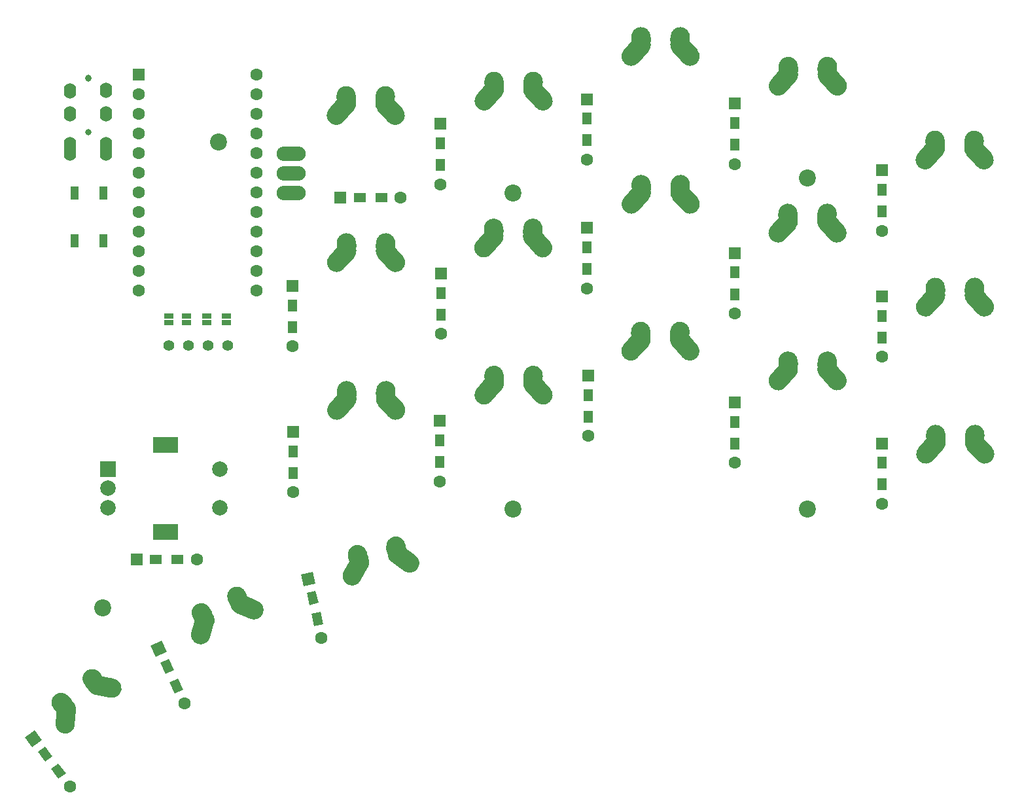
<source format=gbr>
%TF.GenerationSoftware,KiCad,Pcbnew,(5.1.7)-1*%
%TF.CreationDate,2021-07-25T23:49:13+05:30*%
%TF.ProjectId,Pteron36v0,50746572-6f6e-4333-9676-302e6b696361,rev?*%
%TF.SameCoordinates,Original*%
%TF.FileFunction,Soldermask,Bot*%
%TF.FilePolarity,Negative*%
%FSLAX46Y46*%
G04 Gerber Fmt 4.6, Leading zero omitted, Abs format (unit mm)*
G04 Created by KiCad (PCBNEW (5.1.7)-1) date 2021-07-25 23:49:13*
%MOMM*%
%LPD*%
G01*
G04 APERTURE LIST*
%ADD10C,2.000000*%
%ADD11C,2.200000*%
%ADD12C,1.600000*%
%ADD13R,1.600000X1.600000*%
%ADD14O,1.600000X2.000000*%
%ADD15C,0.800000*%
%ADD16R,2.000000X2.000000*%
%ADD17R,3.200000X2.000000*%
%ADD18R,1.600000X1.200000*%
%ADD19R,1.100000X1.800000*%
%ADD20O,3.759200X1.879600*%
%ADD21R,1.200000X1.600000*%
%ADD22C,0.100000*%
%ADD23R,1.270000X0.635000*%
%ADD24C,1.397000*%
G04 APERTURE END LIST*
%TO.C,SW9*%
G36*
G01*
X198137723Y-97153426D02*
X198177638Y-96574623D01*
G75*
G02*
X199510675Y-95413584I1247038J-85999D01*
G01*
X199510675Y-95413584D01*
G75*
G02*
X200671714Y-96746621I-85999J-1247038D01*
G01*
X200631716Y-97326621D01*
G75*
G02*
X199298679Y-98487660I-1247038J85999D01*
G01*
X199298679Y-98487660D01*
G75*
G02*
X198137640Y-97154623I85999J1247038D01*
G01*
G37*
D10*
X194344677Y-96660622D03*
X194384677Y-97240622D03*
G36*
G01*
X193137721Y-97327818D02*
X193097640Y-96746621D01*
G75*
G02*
X194258679Y-95413584I1247038J85999D01*
G01*
X194258679Y-95413584D01*
G75*
G02*
X195591716Y-96574623I85999J-1247038D01*
G01*
X195631714Y-97154623D01*
G75*
G02*
X194470675Y-98487660I-1247038J-85999D01*
G01*
X194470675Y-98487660D01*
G75*
G02*
X193137638Y-97326621I-85999J1247038D01*
G01*
G37*
X200694677Y-99200622D03*
X199384677Y-97740622D03*
G36*
G01*
X195315061Y-98575409D02*
X194005071Y-100035417D01*
G75*
G02*
X192239891Y-100131015I-930389J834791D01*
G01*
X192239891Y-100131015D01*
G75*
G02*
X192144293Y-98365835I834791J930389D01*
G01*
X193454283Y-96905827D01*
G75*
G02*
X195219463Y-96810229I930389J-834791D01*
G01*
X195219463Y-96810229D01*
G75*
G02*
X195315061Y-98575409I-834791J-930389D01*
G01*
G37*
G36*
G01*
X200315071Y-96905827D02*
X201625061Y-98365835D01*
G75*
G02*
X201529463Y-100131015I-930389J-834791D01*
G01*
X201529463Y-100131015D01*
G75*
G02*
X199764283Y-100035417I-834791J930389D01*
G01*
X198454293Y-98575409D01*
G75*
G02*
X198549891Y-96810229I930389J834791D01*
G01*
X198549891Y-96810229D01*
G75*
G02*
X200315071Y-96905827I834791J-930389D01*
G01*
G37*
X193074677Y-99200622D03*
X194384677Y-97740622D03*
X199424677Y-96660622D03*
X199384677Y-97240622D03*
%TD*%
%TO.C,SW19*%
G36*
G01*
X159975292Y-83822000D02*
X160015207Y-83243197D01*
G75*
G02*
X161348244Y-82082158I1247038J-85999D01*
G01*
X161348244Y-82082158D01*
G75*
G02*
X162509283Y-83415195I-85999J-1247038D01*
G01*
X162469285Y-83995195D01*
G75*
G02*
X161136248Y-85156234I-1247038J85999D01*
G01*
X161136248Y-85156234D01*
G75*
G02*
X159975209Y-83823197I85999J1247038D01*
G01*
G37*
X156182246Y-83329196D03*
X156222246Y-83909196D03*
G36*
G01*
X154975290Y-83996392D02*
X154935209Y-83415195D01*
G75*
G02*
X156096248Y-82082158I1247038J85999D01*
G01*
X156096248Y-82082158D01*
G75*
G02*
X157429285Y-83243197I85999J-1247038D01*
G01*
X157469283Y-83823197D01*
G75*
G02*
X156308244Y-85156234I-1247038J-85999D01*
G01*
X156308244Y-85156234D01*
G75*
G02*
X154975207Y-83995195I-85999J1247038D01*
G01*
G37*
X162532246Y-85869196D03*
X161222246Y-84409196D03*
G36*
G01*
X157152630Y-85243983D02*
X155842640Y-86703991D01*
G75*
G02*
X154077460Y-86799589I-930389J834791D01*
G01*
X154077460Y-86799589D01*
G75*
G02*
X153981862Y-85034409I834791J930389D01*
G01*
X155291852Y-83574401D01*
G75*
G02*
X157057032Y-83478803I930389J-834791D01*
G01*
X157057032Y-83478803D01*
G75*
G02*
X157152630Y-85243983I-834791J-930389D01*
G01*
G37*
G36*
G01*
X162152640Y-83574401D02*
X163462630Y-85034409D01*
G75*
G02*
X163367032Y-86799589I-930389J-834791D01*
G01*
X163367032Y-86799589D01*
G75*
G02*
X161601852Y-86703991I-834791J930389D01*
G01*
X160291862Y-85243983D01*
G75*
G02*
X160387460Y-83478803I930389J834791D01*
G01*
X160387460Y-83478803D01*
G75*
G02*
X162152640Y-83574401I834791J-930389D01*
G01*
G37*
X154912246Y-85869196D03*
X156222246Y-84409196D03*
X161262246Y-83329196D03*
X161222246Y-83909196D03*
%TD*%
%TO.C,SW28*%
G36*
G01*
X121914555Y-91482169D02*
X121954470Y-90903366D01*
G75*
G02*
X123287507Y-89742327I1247038J-85999D01*
G01*
X123287507Y-89742327D01*
G75*
G02*
X124448546Y-91075364I-85999J-1247038D01*
G01*
X124408548Y-91655364D01*
G75*
G02*
X123075511Y-92816403I-1247038J85999D01*
G01*
X123075511Y-92816403D01*
G75*
G02*
X121914472Y-91483366I85999J1247038D01*
G01*
G37*
X118121509Y-90989365D03*
X118161509Y-91569365D03*
G36*
G01*
X116914553Y-91656561D02*
X116874472Y-91075364D01*
G75*
G02*
X118035511Y-89742327I1247038J85999D01*
G01*
X118035511Y-89742327D01*
G75*
G02*
X119368548Y-90903366I85999J-1247038D01*
G01*
X119408546Y-91483366D01*
G75*
G02*
X118247507Y-92816403I-1247038J-85999D01*
G01*
X118247507Y-92816403D01*
G75*
G02*
X116914470Y-91655364I-85999J1247038D01*
G01*
G37*
X124471509Y-93529365D03*
X123161509Y-92069365D03*
G36*
G01*
X119091893Y-92904152D02*
X117781903Y-94364160D01*
G75*
G02*
X116016723Y-94459758I-930389J834791D01*
G01*
X116016723Y-94459758D01*
G75*
G02*
X115921125Y-92694578I834791J930389D01*
G01*
X117231115Y-91234570D01*
G75*
G02*
X118996295Y-91138972I930389J-834791D01*
G01*
X118996295Y-91138972D01*
G75*
G02*
X119091893Y-92904152I-834791J-930389D01*
G01*
G37*
G36*
G01*
X124091903Y-91234570D02*
X125401893Y-92694578D01*
G75*
G02*
X125306295Y-94459758I-930389J-834791D01*
G01*
X125306295Y-94459758D01*
G75*
G02*
X123541115Y-94364160I-834791J930389D01*
G01*
X122231125Y-92904152D01*
G75*
G02*
X122326723Y-91138972I930389J834791D01*
G01*
X122326723Y-91138972D01*
G75*
G02*
X124091903Y-91234570I834791J-930389D01*
G01*
G37*
X116851509Y-93529365D03*
X118161509Y-92069365D03*
X123201509Y-90989365D03*
X123161509Y-91569365D03*
%TD*%
%TO.C,SW27*%
G36*
G01*
X121895176Y-72356719D02*
X121935091Y-71777916D01*
G75*
G02*
X123268128Y-70616877I1247038J-85999D01*
G01*
X123268128Y-70616877D01*
G75*
G02*
X124429167Y-71949914I-85999J-1247038D01*
G01*
X124389169Y-72529914D01*
G75*
G02*
X123056132Y-73690953I-1247038J85999D01*
G01*
X123056132Y-73690953D01*
G75*
G02*
X121895093Y-72357916I85999J1247038D01*
G01*
G37*
X118102130Y-71863915D03*
X118142130Y-72443915D03*
G36*
G01*
X116895174Y-72531111D02*
X116855093Y-71949914D01*
G75*
G02*
X118016132Y-70616877I1247038J85999D01*
G01*
X118016132Y-70616877D01*
G75*
G02*
X119349169Y-71777916I85999J-1247038D01*
G01*
X119389167Y-72357916D01*
G75*
G02*
X118228128Y-73690953I-1247038J-85999D01*
G01*
X118228128Y-73690953D01*
G75*
G02*
X116895091Y-72529914I-85999J1247038D01*
G01*
G37*
X124452130Y-74403915D03*
X123142130Y-72943915D03*
G36*
G01*
X119072514Y-73778702D02*
X117762524Y-75238710D01*
G75*
G02*
X115997344Y-75334308I-930389J834791D01*
G01*
X115997344Y-75334308D01*
G75*
G02*
X115901746Y-73569128I834791J930389D01*
G01*
X117211736Y-72109120D01*
G75*
G02*
X118976916Y-72013522I930389J-834791D01*
G01*
X118976916Y-72013522D01*
G75*
G02*
X119072514Y-73778702I-834791J-930389D01*
G01*
G37*
G36*
G01*
X124072524Y-72109120D02*
X125382514Y-73569128D01*
G75*
G02*
X125286916Y-75334308I-930389J-834791D01*
G01*
X125286916Y-75334308D01*
G75*
G02*
X123521736Y-75238710I-834791J930389D01*
G01*
X122211746Y-73778702D01*
G75*
G02*
X122307344Y-72013522I930389J834791D01*
G01*
X122307344Y-72013522D01*
G75*
G02*
X124072524Y-72109120I834791J-930389D01*
G01*
G37*
X116832130Y-74403915D03*
X118142130Y-72943915D03*
X123182130Y-71863915D03*
X123142130Y-72443915D03*
%TD*%
%TO.C,SW26*%
G36*
G01*
X121851532Y-53321824D02*
X121891447Y-52743021D01*
G75*
G02*
X123224484Y-51581982I1247038J-85999D01*
G01*
X123224484Y-51581982D01*
G75*
G02*
X124385523Y-52915019I-85999J-1247038D01*
G01*
X124345525Y-53495019D01*
G75*
G02*
X123012488Y-54656058I-1247038J85999D01*
G01*
X123012488Y-54656058D01*
G75*
G02*
X121851449Y-53323021I85999J1247038D01*
G01*
G37*
X118058486Y-52829020D03*
X118098486Y-53409020D03*
G36*
G01*
X116851530Y-53496216D02*
X116811449Y-52915019D01*
G75*
G02*
X117972488Y-51581982I1247038J85999D01*
G01*
X117972488Y-51581982D01*
G75*
G02*
X119305525Y-52743021I85999J-1247038D01*
G01*
X119345523Y-53323021D01*
G75*
G02*
X118184484Y-54656058I-1247038J-85999D01*
G01*
X118184484Y-54656058D01*
G75*
G02*
X116851447Y-53495019I-85999J1247038D01*
G01*
G37*
X124408486Y-55369020D03*
X123098486Y-53909020D03*
G36*
G01*
X119028870Y-54743807D02*
X117718880Y-56203815D01*
G75*
G02*
X115953700Y-56299413I-930389J834791D01*
G01*
X115953700Y-56299413D01*
G75*
G02*
X115858102Y-54534233I834791J930389D01*
G01*
X117168092Y-53074225D01*
G75*
G02*
X118933272Y-52978627I930389J-834791D01*
G01*
X118933272Y-52978627D01*
G75*
G02*
X119028870Y-54743807I-834791J-930389D01*
G01*
G37*
G36*
G01*
X124028880Y-53074225D02*
X125338870Y-54534233D01*
G75*
G02*
X125243272Y-56299413I-930389J-834791D01*
G01*
X125243272Y-56299413D01*
G75*
G02*
X123478092Y-56203815I-834791J930389D01*
G01*
X122168102Y-54743807D01*
G75*
G02*
X122263700Y-52978627I930389J834791D01*
G01*
X122263700Y-52978627D01*
G75*
G02*
X124028880Y-53074225I834791J-930389D01*
G01*
G37*
X116788486Y-55369020D03*
X118098486Y-53909020D03*
X123138486Y-52829020D03*
X123098486Y-53409020D03*
%TD*%
%TO.C,SW24*%
G36*
G01*
X140981959Y-89506094D02*
X141021874Y-88927291D01*
G75*
G02*
X142354911Y-87766252I1247038J-85999D01*
G01*
X142354911Y-87766252D01*
G75*
G02*
X143515950Y-89099289I-85999J-1247038D01*
G01*
X143475952Y-89679289D01*
G75*
G02*
X142142915Y-90840328I-1247038J85999D01*
G01*
X142142915Y-90840328D01*
G75*
G02*
X140981876Y-89507291I85999J1247038D01*
G01*
G37*
X137188913Y-89013290D03*
X137228913Y-89593290D03*
G36*
G01*
X135981957Y-89680486D02*
X135941876Y-89099289D01*
G75*
G02*
X137102915Y-87766252I1247038J85999D01*
G01*
X137102915Y-87766252D01*
G75*
G02*
X138435952Y-88927291I85999J-1247038D01*
G01*
X138475950Y-89507291D01*
G75*
G02*
X137314911Y-90840328I-1247038J-85999D01*
G01*
X137314911Y-90840328D01*
G75*
G02*
X135981874Y-89679289I-85999J1247038D01*
G01*
G37*
X143538913Y-91553290D03*
X142228913Y-90093290D03*
G36*
G01*
X138159297Y-90928077D02*
X136849307Y-92388085D01*
G75*
G02*
X135084127Y-92483683I-930389J834791D01*
G01*
X135084127Y-92483683D01*
G75*
G02*
X134988529Y-90718503I834791J930389D01*
G01*
X136298519Y-89258495D01*
G75*
G02*
X138063699Y-89162897I930389J-834791D01*
G01*
X138063699Y-89162897D01*
G75*
G02*
X138159297Y-90928077I-834791J-930389D01*
G01*
G37*
G36*
G01*
X143159307Y-89258495D02*
X144469297Y-90718503D01*
G75*
G02*
X144373699Y-92483683I-930389J-834791D01*
G01*
X144373699Y-92483683D01*
G75*
G02*
X142608519Y-92388085I-834791J930389D01*
G01*
X141298529Y-90928077D01*
G75*
G02*
X141394127Y-89162897I930389J834791D01*
G01*
X141394127Y-89162897D01*
G75*
G02*
X143159307Y-89258495I834791J-930389D01*
G01*
G37*
X135918913Y-91553290D03*
X137228913Y-90093290D03*
X142268913Y-89013290D03*
X142228913Y-89593290D03*
%TD*%
%TO.C,SW23*%
G36*
G01*
X140938315Y-70471198D02*
X140978230Y-69892395D01*
G75*
G02*
X142311267Y-68731356I1247038J-85999D01*
G01*
X142311267Y-68731356D01*
G75*
G02*
X143472306Y-70064393I-85999J-1247038D01*
G01*
X143432308Y-70644393D01*
G75*
G02*
X142099271Y-71805432I-1247038J85999D01*
G01*
X142099271Y-71805432D01*
G75*
G02*
X140938232Y-70472395I85999J1247038D01*
G01*
G37*
X137145269Y-69978394D03*
X137185269Y-70558394D03*
G36*
G01*
X135938313Y-70645590D02*
X135898232Y-70064393D01*
G75*
G02*
X137059271Y-68731356I1247038J85999D01*
G01*
X137059271Y-68731356D01*
G75*
G02*
X138392308Y-69892395I85999J-1247038D01*
G01*
X138432306Y-70472395D01*
G75*
G02*
X137271267Y-71805432I-1247038J-85999D01*
G01*
X137271267Y-71805432D01*
G75*
G02*
X135938230Y-70644393I-85999J1247038D01*
G01*
G37*
X143495269Y-72518394D03*
X142185269Y-71058394D03*
G36*
G01*
X138115653Y-71893181D02*
X136805663Y-73353189D01*
G75*
G02*
X135040483Y-73448787I-930389J834791D01*
G01*
X135040483Y-73448787D01*
G75*
G02*
X134944885Y-71683607I834791J930389D01*
G01*
X136254875Y-70223599D01*
G75*
G02*
X138020055Y-70128001I930389J-834791D01*
G01*
X138020055Y-70128001D01*
G75*
G02*
X138115653Y-71893181I-834791J-930389D01*
G01*
G37*
G36*
G01*
X143115663Y-70223599D02*
X144425653Y-71683607D01*
G75*
G02*
X144330055Y-73448787I-930389J-834791D01*
G01*
X144330055Y-73448787D01*
G75*
G02*
X142564875Y-73353189I-834791J930389D01*
G01*
X141254885Y-71893181D01*
G75*
G02*
X141350483Y-70128001I930389J834791D01*
G01*
X141350483Y-70128001D01*
G75*
G02*
X143115663Y-70223599I834791J-930389D01*
G01*
G37*
X135875269Y-72518394D03*
X137185269Y-71058394D03*
X142225269Y-69978394D03*
X142185269Y-70558394D03*
%TD*%
%TO.C,SW22*%
G36*
G01*
X140985227Y-51460573D02*
X141025142Y-50881770D01*
G75*
G02*
X142358179Y-49720731I1247038J-85999D01*
G01*
X142358179Y-49720731D01*
G75*
G02*
X143519218Y-51053768I-85999J-1247038D01*
G01*
X143479220Y-51633768D01*
G75*
G02*
X142146183Y-52794807I-1247038J85999D01*
G01*
X142146183Y-52794807D01*
G75*
G02*
X140985144Y-51461770I85999J1247038D01*
G01*
G37*
X137192181Y-50967769D03*
X137232181Y-51547769D03*
G36*
G01*
X135985225Y-51634965D02*
X135945144Y-51053768D01*
G75*
G02*
X137106183Y-49720731I1247038J85999D01*
G01*
X137106183Y-49720731D01*
G75*
G02*
X138439220Y-50881770I85999J-1247038D01*
G01*
X138479218Y-51461770D01*
G75*
G02*
X137318179Y-52794807I-1247038J-85999D01*
G01*
X137318179Y-52794807D01*
G75*
G02*
X135985142Y-51633768I-85999J1247038D01*
G01*
G37*
X143542181Y-53507769D03*
X142232181Y-52047769D03*
G36*
G01*
X138162565Y-52882556D02*
X136852575Y-54342564D01*
G75*
G02*
X135087395Y-54438162I-930389J834791D01*
G01*
X135087395Y-54438162D01*
G75*
G02*
X134991797Y-52672982I834791J930389D01*
G01*
X136301787Y-51212974D01*
G75*
G02*
X138066967Y-51117376I930389J-834791D01*
G01*
X138066967Y-51117376D01*
G75*
G02*
X138162565Y-52882556I-834791J-930389D01*
G01*
G37*
G36*
G01*
X143162575Y-51212974D02*
X144472565Y-52672982D01*
G75*
G02*
X144376967Y-54438162I-930389J-834791D01*
G01*
X144376967Y-54438162D01*
G75*
G02*
X142611787Y-54342564I-834791J930389D01*
G01*
X141301797Y-52882556D01*
G75*
G02*
X141397395Y-51117376I930389J834791D01*
G01*
X141397395Y-51117376D01*
G75*
G02*
X143162575Y-51212974I834791J-930389D01*
G01*
G37*
X135922181Y-53507769D03*
X137232181Y-52047769D03*
X142272181Y-50967769D03*
X142232181Y-51547769D03*
%TD*%
%TO.C,SW20*%
G36*
G01*
X84481515Y-129431924D02*
X84159622Y-128946613D01*
G75*
G02*
X84510395Y-127213996I1041695J690922D01*
G01*
X84510395Y-127213996D01*
G75*
G02*
X86243012Y-127564769I690922J-1041695D01*
G01*
X86564362Y-128049263D01*
G75*
G02*
X86213589Y-129781880I-1041695J-690922D01*
G01*
X86213589Y-129781880D01*
G75*
G02*
X84480972Y-129431107I-690922J1041695D01*
G01*
G37*
X81171083Y-131348198D03*
X81555899Y-131783993D03*
G36*
G01*
X80619703Y-132612268D02*
X80234095Y-132175573D01*
G75*
G02*
X80343708Y-130411208I936989J827376D01*
G01*
X80343708Y-130411208D01*
G75*
G02*
X82108073Y-130520821I827376J-936989D01*
G01*
X82492887Y-130956617D01*
G75*
G02*
X82383274Y-132720982I-936989J-827376D01*
G01*
X82383274Y-132720982D01*
G75*
G02*
X80618909Y-132611369I-827376J936989D01*
G01*
G37*
X87755131Y-129497680D03*
X85827047Y-129136862D03*
G36*
G01*
X83106589Y-132276568D02*
X82956101Y-134232342D01*
G75*
G02*
X81613886Y-135382759I-1246316J95899D01*
G01*
X81613886Y-135382759D01*
G75*
G02*
X80463469Y-134040544I95899J1246316D01*
G01*
X80613957Y-132084770D01*
G75*
G02*
X81956172Y-130934353I1246316J-95899D01*
G01*
X81956172Y-130934353D01*
G75*
G02*
X83106589Y-132276568I-95899J-1246316D01*
G01*
G37*
G36*
G01*
X86056987Y-127908187D02*
X87985069Y-128269017D01*
G75*
G02*
X88983799Y-129727625I-229939J-1228669D01*
G01*
X88983799Y-129727625D01*
G75*
G02*
X87525191Y-130726355I-1228669J229939D01*
G01*
X85597109Y-130365525D01*
G75*
G02*
X84598379Y-128906917I229939J1228669D01*
G01*
X84598379Y-128906917D01*
G75*
G02*
X86056987Y-127908187I1228669J-229939D01*
G01*
G37*
X81709779Y-134136443D03*
X81860280Y-132180669D03*
X85201318Y-128255690D03*
X85522666Y-128740185D03*
%TD*%
%TO.C,SW18*%
G36*
G01*
X160022208Y-64811371D02*
X160062123Y-64232568D01*
G75*
G02*
X161395160Y-63071529I1247038J-85999D01*
G01*
X161395160Y-63071529D01*
G75*
G02*
X162556199Y-64404566I-85999J-1247038D01*
G01*
X162516201Y-64984566D01*
G75*
G02*
X161183164Y-66145605I-1247038J85999D01*
G01*
X161183164Y-66145605D01*
G75*
G02*
X160022125Y-64812568I85999J1247038D01*
G01*
G37*
X156229162Y-64318567D03*
X156269162Y-64898567D03*
G36*
G01*
X155022206Y-64985763D02*
X154982125Y-64404566D01*
G75*
G02*
X156143164Y-63071529I1247038J85999D01*
G01*
X156143164Y-63071529D01*
G75*
G02*
X157476201Y-64232568I85999J-1247038D01*
G01*
X157516199Y-64812568D01*
G75*
G02*
X156355160Y-66145605I-1247038J-85999D01*
G01*
X156355160Y-66145605D01*
G75*
G02*
X155022123Y-64984566I-85999J1247038D01*
G01*
G37*
X162579162Y-66858567D03*
X161269162Y-65398567D03*
G36*
G01*
X157199546Y-66233354D02*
X155889556Y-67693362D01*
G75*
G02*
X154124376Y-67788960I-930389J834791D01*
G01*
X154124376Y-67788960D01*
G75*
G02*
X154028778Y-66023780I834791J930389D01*
G01*
X155338768Y-64563772D01*
G75*
G02*
X157103948Y-64468174I930389J-834791D01*
G01*
X157103948Y-64468174D01*
G75*
G02*
X157199546Y-66233354I-834791J-930389D01*
G01*
G37*
G36*
G01*
X162199556Y-64563772D02*
X163509546Y-66023780D01*
G75*
G02*
X163413948Y-67788960I-930389J-834791D01*
G01*
X163413948Y-67788960D01*
G75*
G02*
X161648768Y-67693362I-834791J930389D01*
G01*
X160338778Y-66233354D01*
G75*
G02*
X160434376Y-64468174I930389J834791D01*
G01*
X160434376Y-64468174D01*
G75*
G02*
X162199556Y-64563772I834791J-930389D01*
G01*
G37*
X154959162Y-66858567D03*
X156269162Y-65398567D03*
X161309162Y-64318567D03*
X161269162Y-64898567D03*
%TD*%
%TO.C,SW17*%
G36*
G01*
X160002825Y-45685920D02*
X160042740Y-45107117D01*
G75*
G02*
X161375777Y-43946078I1247038J-85999D01*
G01*
X161375777Y-43946078D01*
G75*
G02*
X162536816Y-45279115I-85999J-1247038D01*
G01*
X162496818Y-45859115D01*
G75*
G02*
X161163781Y-47020154I-1247038J85999D01*
G01*
X161163781Y-47020154D01*
G75*
G02*
X160002742Y-45687117I85999J1247038D01*
G01*
G37*
X156209779Y-45193116D03*
X156249779Y-45773116D03*
G36*
G01*
X155002823Y-45860312D02*
X154962742Y-45279115D01*
G75*
G02*
X156123781Y-43946078I1247038J85999D01*
G01*
X156123781Y-43946078D01*
G75*
G02*
X157456818Y-45107117I85999J-1247038D01*
G01*
X157496816Y-45687117D01*
G75*
G02*
X156335777Y-47020154I-1247038J-85999D01*
G01*
X156335777Y-47020154D01*
G75*
G02*
X155002740Y-45859115I-85999J1247038D01*
G01*
G37*
X162559779Y-47733116D03*
X161249779Y-46273116D03*
G36*
G01*
X157180163Y-47107903D02*
X155870173Y-48567911D01*
G75*
G02*
X154104993Y-48663509I-930389J834791D01*
G01*
X154104993Y-48663509D01*
G75*
G02*
X154009395Y-46898329I834791J930389D01*
G01*
X155319385Y-45438321D01*
G75*
G02*
X157084565Y-45342723I930389J-834791D01*
G01*
X157084565Y-45342723D01*
G75*
G02*
X157180163Y-47107903I-834791J-930389D01*
G01*
G37*
G36*
G01*
X162180173Y-45438321D02*
X163490163Y-46898329D01*
G75*
G02*
X163394565Y-48663509I-930389J-834791D01*
G01*
X163394565Y-48663509D01*
G75*
G02*
X161629385Y-48567911I-834791J930389D01*
G01*
X160319395Y-47107903D01*
G75*
G02*
X160414993Y-45342723I930389J834791D01*
G01*
X160414993Y-45342723D01*
G75*
G02*
X162180173Y-45438321I834791J-930389D01*
G01*
G37*
X154939779Y-47733116D03*
X156249779Y-46273116D03*
X161289779Y-45193116D03*
X161249779Y-45773116D03*
%TD*%
%TO.C,SW15*%
G36*
G01*
X102959891Y-118593925D02*
X102750670Y-118050447D01*
G75*
G02*
X103468135Y-116434822I1166545J449080D01*
G01*
X103468135Y-116434822D01*
G75*
G02*
X105083760Y-117152287I449080J-1166545D01*
G01*
X105292628Y-117694849D01*
G75*
G02*
X104575163Y-119310474I-1166545J-449080D01*
G01*
X104575163Y-119310474D01*
G75*
G02*
X102959538Y-118593009I-449080J1166545D01*
G01*
G37*
X99313172Y-119748267D03*
X99594543Y-120257021D03*
G36*
G01*
X98501268Y-120863033D02*
X98219317Y-120353229D01*
G75*
G02*
X98708211Y-118654411I1093856J604962D01*
G01*
X98708211Y-118654411D01*
G75*
G02*
X100407029Y-119143305I604962J-1093856D01*
G01*
X100688399Y-119652059D01*
G75*
G02*
X100199505Y-121350877I-1093856J-604962D01*
G01*
X100199505Y-121350877D01*
G75*
G02*
X98500687Y-120861983I-604962J1093856D01*
G01*
G37*
X106141677Y-119366663D03*
X104337391Y-118597083D03*
G36*
G01*
X101001863Y-121073550D02*
X100431635Y-122950394D01*
G75*
G02*
X98872240Y-123783033I-1196017J363378D01*
G01*
X98872240Y-123783033D01*
G75*
G02*
X98039601Y-122223638I363378J1196017D01*
G01*
X98609829Y-120346794D01*
G75*
G02*
X100169224Y-119514155I1196017J-363378D01*
G01*
X100169224Y-119514155D01*
G75*
G02*
X101001863Y-121073550I-363378J-1196017D01*
G01*
G37*
G36*
G01*
X104827814Y-117447300D02*
X106632096Y-118216892D01*
G75*
G02*
X107291452Y-119857090I-490421J-1149777D01*
G01*
X107291452Y-119857090D01*
G75*
G02*
X105651254Y-120516446I-1149777J490421D01*
G01*
X103846972Y-119746854D01*
G75*
G02*
X103187616Y-118106656I490421J1149777D01*
G01*
X103187616Y-118106656D01*
G75*
G02*
X104827814Y-117447300I1149777J-490421D01*
G01*
G37*
X99235612Y-122587014D03*
X99805852Y-120710175D03*
X103917216Y-117601366D03*
X104126082Y-118143929D03*
%TD*%
%TO.C,SW14*%
G36*
G01*
X179035724Y-87667481D02*
X179075639Y-87088678D01*
G75*
G02*
X180408676Y-85927639I1247038J-85999D01*
G01*
X180408676Y-85927639D01*
G75*
G02*
X181569715Y-87260676I-85999J-1247038D01*
G01*
X181529717Y-87840676D01*
G75*
G02*
X180196680Y-89001715I-1247038J85999D01*
G01*
X180196680Y-89001715D01*
G75*
G02*
X179035641Y-87668678I85999J1247038D01*
G01*
G37*
X175242678Y-87174677D03*
X175282678Y-87754677D03*
G36*
G01*
X174035722Y-87841873D02*
X173995641Y-87260676D01*
G75*
G02*
X175156680Y-85927639I1247038J85999D01*
G01*
X175156680Y-85927639D01*
G75*
G02*
X176489717Y-87088678I85999J-1247038D01*
G01*
X176529715Y-87668678D01*
G75*
G02*
X175368676Y-89001715I-1247038J-85999D01*
G01*
X175368676Y-89001715D01*
G75*
G02*
X174035639Y-87840676I-85999J1247038D01*
G01*
G37*
X181592678Y-89714677D03*
X180282678Y-88254677D03*
G36*
G01*
X176213062Y-89089464D02*
X174903072Y-90549472D01*
G75*
G02*
X173137892Y-90645070I-930389J834791D01*
G01*
X173137892Y-90645070D01*
G75*
G02*
X173042294Y-88879890I834791J930389D01*
G01*
X174352284Y-87419882D01*
G75*
G02*
X176117464Y-87324284I930389J-834791D01*
G01*
X176117464Y-87324284D01*
G75*
G02*
X176213062Y-89089464I-834791J-930389D01*
G01*
G37*
G36*
G01*
X181213072Y-87419882D02*
X182523062Y-88879890D01*
G75*
G02*
X182427464Y-90645070I-930389J-834791D01*
G01*
X182427464Y-90645070D01*
G75*
G02*
X180662284Y-90549472I-834791J930389D01*
G01*
X179352294Y-89089464D01*
G75*
G02*
X179447892Y-87324284I930389J834791D01*
G01*
X179447892Y-87324284D01*
G75*
G02*
X181213072Y-87419882I834791J-930389D01*
G01*
G37*
X173972678Y-89714677D03*
X175282678Y-88254677D03*
X180322678Y-87174677D03*
X180282678Y-87754677D03*
%TD*%
%TO.C,SW13*%
G36*
G01*
X179016351Y-68542036D02*
X179056266Y-67963233D01*
G75*
G02*
X180389303Y-66802194I1247038J-85999D01*
G01*
X180389303Y-66802194D01*
G75*
G02*
X181550342Y-68135231I-85999J-1247038D01*
G01*
X181510344Y-68715231D01*
G75*
G02*
X180177307Y-69876270I-1247038J85999D01*
G01*
X180177307Y-69876270D01*
G75*
G02*
X179016268Y-68543233I85999J1247038D01*
G01*
G37*
X175223305Y-68049232D03*
X175263305Y-68629232D03*
G36*
G01*
X174016349Y-68716428D02*
X173976268Y-68135231D01*
G75*
G02*
X175137307Y-66802194I1247038J85999D01*
G01*
X175137307Y-66802194D01*
G75*
G02*
X176470344Y-67963233I85999J-1247038D01*
G01*
X176510342Y-68543233D01*
G75*
G02*
X175349303Y-69876270I-1247038J-85999D01*
G01*
X175349303Y-69876270D01*
G75*
G02*
X174016266Y-68715231I-85999J1247038D01*
G01*
G37*
X181573305Y-70589232D03*
X180263305Y-69129232D03*
G36*
G01*
X176193689Y-69964019D02*
X174883699Y-71424027D01*
G75*
G02*
X173118519Y-71519625I-930389J834791D01*
G01*
X173118519Y-71519625D01*
G75*
G02*
X173022921Y-69754445I834791J930389D01*
G01*
X174332911Y-68294437D01*
G75*
G02*
X176098091Y-68198839I930389J-834791D01*
G01*
X176098091Y-68198839D01*
G75*
G02*
X176193689Y-69964019I-834791J-930389D01*
G01*
G37*
G36*
G01*
X181193699Y-68294437D02*
X182503689Y-69754445D01*
G75*
G02*
X182408091Y-71519625I-930389J-834791D01*
G01*
X182408091Y-71519625D01*
G75*
G02*
X180642911Y-71424027I-834791J930389D01*
G01*
X179332921Y-69964019D01*
G75*
G02*
X179428519Y-68198839I930389J834791D01*
G01*
X179428519Y-68198839D01*
G75*
G02*
X181193699Y-68294437I834791J-930389D01*
G01*
G37*
X173953305Y-70589232D03*
X175263305Y-69129232D03*
X180303305Y-68049232D03*
X180263305Y-68629232D03*
%TD*%
%TO.C,SW12*%
G36*
G01*
X179063261Y-49531409D02*
X179103176Y-48952606D01*
G75*
G02*
X180436213Y-47791567I1247038J-85999D01*
G01*
X180436213Y-47791567D01*
G75*
G02*
X181597252Y-49124604I-85999J-1247038D01*
G01*
X181557254Y-49704604D01*
G75*
G02*
X180224217Y-50865643I-1247038J85999D01*
G01*
X180224217Y-50865643D01*
G75*
G02*
X179063178Y-49532606I85999J1247038D01*
G01*
G37*
X175270215Y-49038605D03*
X175310215Y-49618605D03*
G36*
G01*
X174063259Y-49705801D02*
X174023178Y-49124604D01*
G75*
G02*
X175184217Y-47791567I1247038J85999D01*
G01*
X175184217Y-47791567D01*
G75*
G02*
X176517254Y-48952606I85999J-1247038D01*
G01*
X176557252Y-49532606D01*
G75*
G02*
X175396213Y-50865643I-1247038J-85999D01*
G01*
X175396213Y-50865643D01*
G75*
G02*
X174063176Y-49704604I-85999J1247038D01*
G01*
G37*
X181620215Y-51578605D03*
X180310215Y-50118605D03*
G36*
G01*
X176240599Y-50953392D02*
X174930609Y-52413400D01*
G75*
G02*
X173165429Y-52508998I-930389J834791D01*
G01*
X173165429Y-52508998D01*
G75*
G02*
X173069831Y-50743818I834791J930389D01*
G01*
X174379821Y-49283810D01*
G75*
G02*
X176145001Y-49188212I930389J-834791D01*
G01*
X176145001Y-49188212D01*
G75*
G02*
X176240599Y-50953392I-834791J-930389D01*
G01*
G37*
G36*
G01*
X181240609Y-49283810D02*
X182550599Y-50743818D01*
G75*
G02*
X182455001Y-52508998I-930389J-834791D01*
G01*
X182455001Y-52508998D01*
G75*
G02*
X180689821Y-52413400I-834791J930389D01*
G01*
X179379831Y-50953392D01*
G75*
G02*
X179475429Y-49188212I930389J834791D01*
G01*
X179475429Y-49188212D01*
G75*
G02*
X181240609Y-49283810I834791J-930389D01*
G01*
G37*
X174000215Y-51578605D03*
X175310215Y-50118605D03*
X180350215Y-49038605D03*
X180310215Y-49618605D03*
%TD*%
%TO.C,SW10*%
G36*
G01*
X123343702Y-111875409D02*
X123257069Y-111299528D01*
G75*
G02*
X124307213Y-109877488I1236092J185948D01*
G01*
X124307213Y-109877488D01*
G75*
G02*
X125729253Y-110927632I185948J-1236092D01*
G01*
X125815739Y-111502542D01*
G75*
G02*
X124765595Y-112924582I-1236092J-185948D01*
G01*
X124765595Y-112924582D01*
G75*
G02*
X123343555Y-111874438I-185948J1236092D01*
G01*
G37*
X119533579Y-112213094D03*
X119698166Y-112770688D03*
G36*
G01*
X118499640Y-113125707D02*
X118334714Y-112566963D01*
G75*
G02*
X119179710Y-111014229I1198865J353869D01*
G01*
X119179710Y-111014229D01*
G75*
G02*
X120732444Y-111859225I353869J-1198865D01*
G01*
X120897030Y-112416819D01*
G75*
G02*
X120052034Y-113969553I-1198865J-353869D01*
G01*
X120052034Y-113969553D01*
G75*
G02*
X118499300Y-113124557I-353869J1198865D01*
G01*
G37*
X126282815Y-113318494D03*
X124687866Y-112176638D03*
G36*
G01*
X120895398Y-113872463D02*
X119932462Y-115581397D01*
G75*
G02*
X118229815Y-116056784I-1089017J613630D01*
G01*
X118229815Y-116056784D01*
G75*
G02*
X117754428Y-114354137I613630J1089017D01*
G01*
X118717364Y-112645203D01*
G75*
G02*
X120420011Y-112169816I1089017J-613630D01*
G01*
X120420011Y-112169816D01*
G75*
G02*
X120895398Y-113872463I-613630J-1089017D01*
G01*
G37*
G36*
G01*
X125415523Y-111160257D02*
X127010465Y-112302123D01*
G75*
G02*
X127299187Y-114046153I-727654J-1016376D01*
G01*
X127299187Y-114046153D01*
G75*
G02*
X125555157Y-114334875I-1016376J727654D01*
G01*
X123960215Y-113193009D01*
G75*
G02*
X123671493Y-111448979I727654J1016376D01*
G01*
X123671493Y-111448979D01*
G75*
G02*
X125415523Y-111160257I1016376J-727654D01*
G01*
G37*
X118843440Y-114967764D03*
X119806386Y-113258836D03*
X124493163Y-111113581D03*
X124579646Y-111688490D03*
%TD*%
%TO.C,SW8*%
G36*
G01*
X198094081Y-78118526D02*
X198133996Y-77539723D01*
G75*
G02*
X199467033Y-76378684I1247038J-85999D01*
G01*
X199467033Y-76378684D01*
G75*
G02*
X200628072Y-77711721I-85999J-1247038D01*
G01*
X200588074Y-78291721D01*
G75*
G02*
X199255037Y-79452760I-1247038J85999D01*
G01*
X199255037Y-79452760D01*
G75*
G02*
X198093998Y-78119723I85999J1247038D01*
G01*
G37*
X194301035Y-77625722D03*
X194341035Y-78205722D03*
G36*
G01*
X193094079Y-78292918D02*
X193053998Y-77711721D01*
G75*
G02*
X194215037Y-76378684I1247038J85999D01*
G01*
X194215037Y-76378684D01*
G75*
G02*
X195548074Y-77539723I85999J-1247038D01*
G01*
X195588072Y-78119723D01*
G75*
G02*
X194427033Y-79452760I-1247038J-85999D01*
G01*
X194427033Y-79452760D01*
G75*
G02*
X193093996Y-78291721I-85999J1247038D01*
G01*
G37*
X200651035Y-80165722D03*
X199341035Y-78705722D03*
G36*
G01*
X195271419Y-79540509D02*
X193961429Y-81000517D01*
G75*
G02*
X192196249Y-81096115I-930389J834791D01*
G01*
X192196249Y-81096115D01*
G75*
G02*
X192100651Y-79330935I834791J930389D01*
G01*
X193410641Y-77870927D01*
G75*
G02*
X195175821Y-77775329I930389J-834791D01*
G01*
X195175821Y-77775329D01*
G75*
G02*
X195271419Y-79540509I-834791J-930389D01*
G01*
G37*
G36*
G01*
X200271429Y-77870927D02*
X201581419Y-79330935D01*
G75*
G02*
X201485821Y-81096115I-930389J-834791D01*
G01*
X201485821Y-81096115D01*
G75*
G02*
X199720641Y-81000517I-834791J930389D01*
G01*
X198410651Y-79540509D01*
G75*
G02*
X198506249Y-77775329I930389J834791D01*
G01*
X198506249Y-77775329D01*
G75*
G02*
X200271429Y-77870927I834791J-930389D01*
G01*
G37*
X193031035Y-80165722D03*
X194341035Y-78705722D03*
X199381035Y-77625722D03*
X199341035Y-78205722D03*
%TD*%
%TO.C,SW7*%
G36*
G01*
X198050433Y-59083624D02*
X198090348Y-58504821D01*
G75*
G02*
X199423385Y-57343782I1247038J-85999D01*
G01*
X199423385Y-57343782D01*
G75*
G02*
X200584424Y-58676819I-85999J-1247038D01*
G01*
X200544426Y-59256819D01*
G75*
G02*
X199211389Y-60417858I-1247038J85999D01*
G01*
X199211389Y-60417858D01*
G75*
G02*
X198050350Y-59084821I85999J1247038D01*
G01*
G37*
X194257387Y-58590820D03*
X194297387Y-59170820D03*
G36*
G01*
X193050431Y-59258016D02*
X193010350Y-58676819D01*
G75*
G02*
X194171389Y-57343782I1247038J85999D01*
G01*
X194171389Y-57343782D01*
G75*
G02*
X195504426Y-58504821I85999J-1247038D01*
G01*
X195544424Y-59084821D01*
G75*
G02*
X194383385Y-60417858I-1247038J-85999D01*
G01*
X194383385Y-60417858D01*
G75*
G02*
X193050348Y-59256819I-85999J1247038D01*
G01*
G37*
X200607387Y-61130820D03*
X199297387Y-59670820D03*
G36*
G01*
X195227771Y-60505607D02*
X193917781Y-61965615D01*
G75*
G02*
X192152601Y-62061213I-930389J834791D01*
G01*
X192152601Y-62061213D01*
G75*
G02*
X192057003Y-60296033I834791J930389D01*
G01*
X193366993Y-58836025D01*
G75*
G02*
X195132173Y-58740427I930389J-834791D01*
G01*
X195132173Y-58740427D01*
G75*
G02*
X195227771Y-60505607I-834791J-930389D01*
G01*
G37*
G36*
G01*
X200227781Y-58836025D02*
X201537771Y-60296033D01*
G75*
G02*
X201442173Y-62061213I-930389J-834791D01*
G01*
X201442173Y-62061213D01*
G75*
G02*
X199676993Y-61965615I-834791J930389D01*
G01*
X198367003Y-60505607D01*
G75*
G02*
X198462601Y-58740427I930389J834791D01*
G01*
X198462601Y-58740427D01*
G75*
G02*
X200227781Y-58836025I834791J-930389D01*
G01*
G37*
X192987387Y-61130820D03*
X194297387Y-59670820D03*
X199337387Y-58590820D03*
X199297387Y-59170820D03*
%TD*%
D11*
%TO.C,H6*%
X86605654Y-119133530D03*
%TD*%
%TO.C,H5*%
X139685269Y-65463330D03*
%TD*%
%TO.C,H4*%
X101515454Y-58783130D03*
%TD*%
%TO.C,H3*%
X139685269Y-106331930D03*
%TD*%
%TO.C,H2*%
X177782678Y-63482130D03*
%TD*%
%TO.C,H1*%
X177782678Y-106331929D03*
%TD*%
D12*
%TO.C,U1*%
X106468454Y-50109031D03*
X106468454Y-52649031D03*
X106468454Y-55189031D03*
X106468454Y-57729031D03*
X106468454Y-60269031D03*
X106468454Y-62809031D03*
X106468454Y-65349031D03*
X106468454Y-67889031D03*
X106468454Y-70429031D03*
X106468454Y-72969031D03*
X106468454Y-75509031D03*
X106468454Y-78049031D03*
X91228454Y-78049031D03*
X91228454Y-75509031D03*
X91228454Y-72969031D03*
X91228454Y-70429031D03*
X91228454Y-67889031D03*
X91228454Y-65349031D03*
X91228454Y-62809031D03*
X91228454Y-60269031D03*
X91228454Y-57729031D03*
X91228454Y-55189031D03*
X91228454Y-52649031D03*
D13*
X91228454Y-50109031D03*
%TD*%
D14*
%TO.C,J2*%
X82375254Y-55189330D03*
D15*
X84675254Y-50589330D03*
X84675254Y-57589330D03*
D14*
X82375254Y-52189330D03*
X82375254Y-59189330D03*
X86975254Y-60289330D03*
%TD*%
D16*
%TO.C,RE1*%
X87215254Y-101150330D03*
D10*
X87215254Y-103650330D03*
X87215254Y-106150330D03*
D17*
X94715254Y-98050330D03*
X94715254Y-109250330D03*
D10*
X101715254Y-101150330D03*
X101715254Y-106150330D03*
%TD*%
D13*
%TO.C,D_RE1*%
X90935254Y-112834330D03*
D12*
X98735254Y-112834330D03*
D18*
X93435254Y-112834330D03*
X96235254Y-112834330D03*
%TD*%
D19*
%TO.C,RST2*%
X86652255Y-71611330D03*
X86652255Y-65411330D03*
X82952255Y-71611330D03*
X82952255Y-65411330D03*
%TD*%
D20*
%TO.C,PWM_PAD1*%
X110964255Y-65463330D03*
X110964255Y-62923330D03*
X110964255Y-60383330D03*
%TD*%
D14*
%TO.C,J1*%
X86975255Y-55153330D03*
D15*
X84675255Y-50553330D03*
X84675255Y-57553330D03*
D14*
X86975255Y-52153330D03*
X86975255Y-59153330D03*
X82375255Y-60253330D03*
%TD*%
D13*
%TO.C,D8*%
X187427675Y-78805722D03*
D12*
X187427675Y-86605722D03*
D21*
X187427675Y-81305722D03*
X187427675Y-84105722D03*
%TD*%
D13*
%TO.C,D28*%
X111199500Y-96330970D03*
D12*
X111199500Y-104130970D03*
D21*
X111199500Y-98830970D03*
X111199500Y-101630970D03*
%TD*%
D13*
%TO.C,D27*%
X111107333Y-77477191D03*
D12*
X111107333Y-85277191D03*
D21*
X111107333Y-79977191D03*
X111107333Y-82777191D03*
%TD*%
D13*
%TO.C,D26*%
X117325855Y-66022130D03*
D12*
X125125855Y-66022130D03*
D18*
X119825855Y-66022130D03*
X122625855Y-66022130D03*
%TD*%
D13*
%TO.C,D24*%
X130211863Y-94922492D03*
D12*
X130211863Y-102722492D03*
D21*
X130211863Y-97422492D03*
X130211863Y-100222492D03*
%TD*%
D13*
%TO.C,D23*%
X130373603Y-75845570D03*
D12*
X130373603Y-83645570D03*
D21*
X130373603Y-78345570D03*
X130373603Y-81145570D03*
%TD*%
D13*
%TO.C,D22*%
X130221646Y-56490485D03*
D12*
X130221646Y-64290485D03*
D21*
X130221646Y-58990485D03*
X130221646Y-61790485D03*
%TD*%
D22*
%TO.C,D20*%
G36*
X78723777Y-136176927D02*
G01*
X77454411Y-137150945D01*
X76480393Y-135881579D01*
X77749759Y-134907561D01*
X78723777Y-136176927D01*
G37*
D12*
X82350425Y-142217409D03*
D22*
G36*
X81791542Y-140503452D02*
G01*
X80839518Y-141233966D01*
X79865500Y-139964600D01*
X80817524Y-139234086D01*
X81791542Y-140503452D01*
G37*
G36*
X80087010Y-138282062D02*
G01*
X79134986Y-139012576D01*
X78160968Y-137743210D01*
X79112992Y-137012696D01*
X80087010Y-138282062D01*
G37*
%TD*%
D13*
%TO.C,D19*%
X149396657Y-89050318D03*
D12*
X149396657Y-96850318D03*
D21*
X149396657Y-91550318D03*
X149396657Y-94350318D03*
%TD*%
D13*
%TO.C,D18*%
X149191255Y-69945330D03*
D12*
X149191255Y-77745330D03*
D21*
X149191255Y-72445330D03*
X149191255Y-75245330D03*
%TD*%
D13*
%TO.C,D17*%
X149191254Y-53308330D03*
D12*
X149191254Y-61108330D03*
D21*
X149191254Y-55808330D03*
X149191254Y-58608330D03*
%TD*%
D22*
%TO.C,D15*%
G36*
X94885184Y-124799682D02*
G01*
X93435091Y-125475871D01*
X92758902Y-124025778D01*
X94208995Y-123349589D01*
X94885184Y-124799682D01*
G37*
D12*
X97118465Y-131481930D03*
D22*
G36*
X96943799Y-129687636D02*
G01*
X95856230Y-130194778D01*
X95180041Y-128744686D01*
X96267610Y-128237544D01*
X96943799Y-129687636D01*
G37*
G36*
X95760467Y-127149974D02*
G01*
X94672898Y-127657116D01*
X93996709Y-126207024D01*
X95084278Y-125699882D01*
X95760467Y-127149974D01*
G37*
%TD*%
D13*
%TO.C,D14*%
X168320664Y-92516290D03*
D12*
X168320664Y-100316290D03*
D21*
X168320664Y-95016290D03*
X168320664Y-97816290D03*
%TD*%
D13*
%TO.C,D13*%
X168349819Y-73209728D03*
D12*
X168349819Y-81009728D03*
D21*
X168349819Y-75709728D03*
X168349819Y-78509728D03*
%TD*%
D13*
%TO.C,D12*%
X168349818Y-53867130D03*
D12*
X168349818Y-61667130D03*
D21*
X168349818Y-56367130D03*
X168349818Y-59167130D03*
%TD*%
D22*
%TO.C,D10*%
G36*
X114122328Y-115984660D02*
G01*
X112560255Y-116330963D01*
X112213952Y-114768890D01*
X113776025Y-114422587D01*
X114122328Y-115984660D01*
G37*
D12*
X114856368Y-122991883D03*
D22*
G36*
X115074198Y-121202316D02*
G01*
X113902643Y-121462044D01*
X113556340Y-119899970D01*
X114727895Y-119640242D01*
X115074198Y-121202316D01*
G37*
G36*
X114468168Y-118468688D02*
G01*
X113296613Y-118728416D01*
X112950310Y-117166342D01*
X114121865Y-116906614D01*
X114468168Y-118468688D01*
G37*
%TD*%
D13*
%TO.C,D9*%
X187427675Y-97840622D03*
D12*
X187427675Y-105640622D03*
D21*
X187427675Y-100340622D03*
X187427675Y-103140622D03*
%TD*%
D13*
%TO.C,D7*%
X187427675Y-62501302D03*
D12*
X187427675Y-70301302D03*
D21*
X187427675Y-65001302D03*
X187427675Y-67801302D03*
%TD*%
D23*
%TO.C,JP5*%
X102607654Y-82219710D03*
X102607654Y-81320550D03*
%TD*%
%TO.C,JP8*%
X95114655Y-82219711D03*
X95114655Y-81320551D03*
%TD*%
%TO.C,JP7*%
X97400655Y-82219711D03*
X97400655Y-81320551D03*
%TD*%
%TO.C,JP6*%
X100067654Y-82219711D03*
X100067654Y-81320551D03*
%TD*%
D24*
%TO.C,J3*%
X95089254Y-85148330D03*
X97629254Y-85148330D03*
X100169254Y-85148330D03*
X102709254Y-85148330D03*
%TD*%
M02*

</source>
